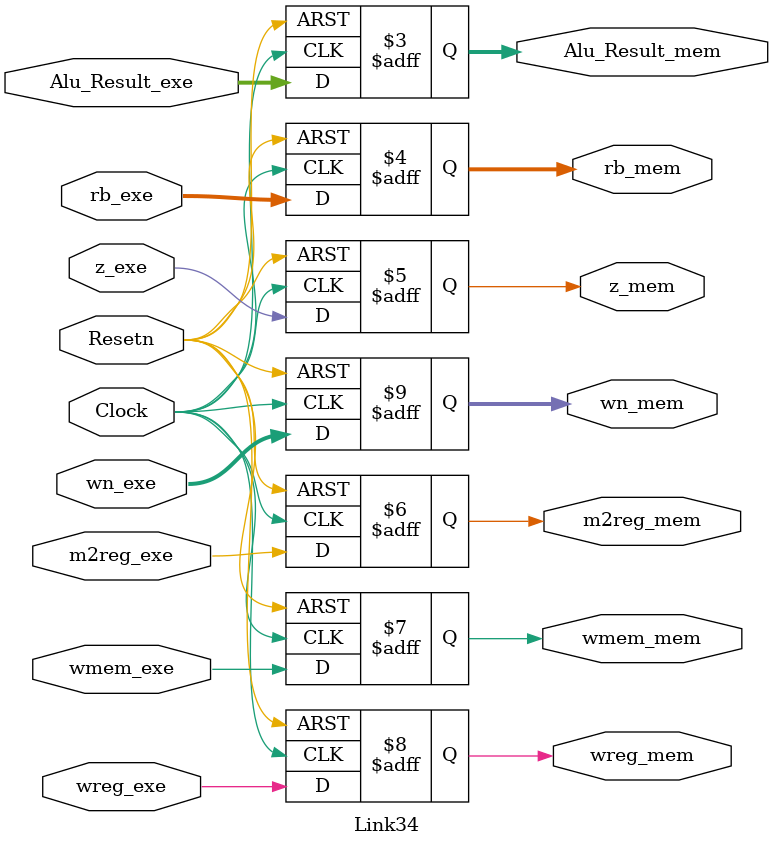
<source format=v>
`timescale 1ns / 1ps
module Link34(
		Alu_Result_exe, z_exe, m2reg_exe, wmem_exe, rb_exe, wn_exe, wreg_exe,
		Alu_Result_mem, z_mem, m2reg_mem, wmem_mem, rb_mem, wn_mem, wreg_mem,
		Clock, Resetn
);

	input [31:0] Alu_Result_exe, rb_exe;
	input Clock, Resetn, z_exe, m2reg_exe, wmem_exe, wreg_exe;
	input [4:0] wn_exe;
	output [31:0] Alu_Result_mem, rb_mem;
	output z_mem, m2reg_mem, wmem_mem, wreg_mem;
	output [4:0] wn_mem;
	
	reg [31:0] Alu_Result_mem, rb_mem;
	reg z_mem, m2reg_mem, wmem_mem, wreg_mem;
	reg [4:0] wn_mem;

	always @ (posedge Clock or negedge Resetn) begin
		if (Resetn == 0) begin
			Alu_Result_mem <= 0;
			z_mem <= 0;
			m2reg_mem <= 0;
			wmem_mem <= 0;
			rb_mem <= 0;
			wn_mem <= 0;
			wreg_mem <= 0;
		end
		else begin
			Alu_Result_mem <= Alu_Result_exe;
			z_mem <= z_exe;
			m2reg_mem <= m2reg_exe;
			wmem_mem <= wmem_exe;
			rb_mem <= rb_exe;
			wn_mem <= wn_exe;
			wreg_mem <= wreg_exe;
		end
	end

endmodule

</source>
